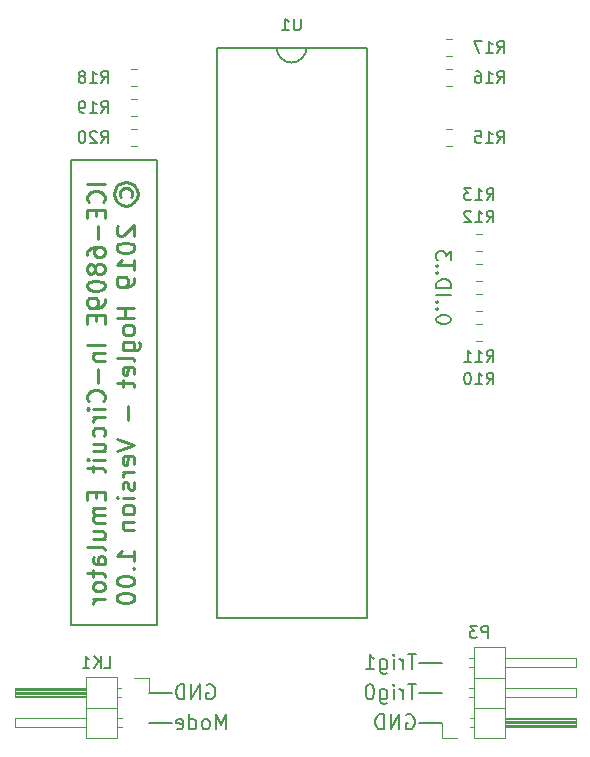
<source format=gbo>
G04 #@! TF.GenerationSoftware,KiCad,Pcbnew,5.1.4-e60b266~84~ubuntu18.04.1*
G04 #@! TF.CreationDate,2019-10-24T14:21:48+01:00*
G04 #@! TF.ProjectId,6809e_adapter,36383039-655f-4616-9461-707465722e6b,rev?*
G04 #@! TF.SameCoordinates,PX9fdfbc0PY791ddc0*
G04 #@! TF.FileFunction,Legend,Bot*
G04 #@! TF.FilePolarity,Positive*
%FSLAX46Y46*%
G04 Gerber Fmt 4.6, Leading zero omitted, Abs format (unit mm)*
G04 Created by KiCad (PCBNEW 5.1.4-e60b266~84~ubuntu18.04.1) date 2019-10-24 14:21:48*
%MOMM*%
%LPD*%
G04 APERTURE LIST*
%ADD10C,0.200000*%
%ADD11C,0.150000*%
%ADD12C,0.250000*%
%ADD13C,0.120000*%
G04 APERTURE END LIST*
D10*
X38911523Y37872143D02*
X38911523Y37991191D01*
X38852000Y38110239D01*
X38792476Y38169762D01*
X38673428Y38229286D01*
X38435333Y38288810D01*
X38137714Y38288810D01*
X37899619Y38229286D01*
X37780571Y38169762D01*
X37721047Y38110239D01*
X37661523Y37991191D01*
X37661523Y37872143D01*
X37721047Y37753096D01*
X37780571Y37693572D01*
X37899619Y37634048D01*
X38137714Y37574524D01*
X38435333Y37574524D01*
X38673428Y37634048D01*
X38792476Y37693572D01*
X38852000Y37753096D01*
X38911523Y37872143D01*
X37780571Y38824524D02*
X37721047Y38884048D01*
X37661523Y38824524D01*
X37721047Y38765000D01*
X37780571Y38824524D01*
X37661523Y38824524D01*
X37780571Y39419762D02*
X37721047Y39479286D01*
X37661523Y39419762D01*
X37721047Y39360239D01*
X37780571Y39419762D01*
X37661523Y39419762D01*
X37661523Y40015000D02*
X38911523Y40015000D01*
X37661523Y40610239D02*
X38911523Y40610239D01*
X38911523Y40907858D01*
X38852000Y41086429D01*
X38732952Y41205477D01*
X38613904Y41265000D01*
X38375809Y41324524D01*
X38197238Y41324524D01*
X37959142Y41265000D01*
X37840095Y41205477D01*
X37721047Y41086429D01*
X37661523Y40907858D01*
X37661523Y40610239D01*
X37780571Y41860239D02*
X37721047Y41919762D01*
X37661523Y41860239D01*
X37721047Y41800715D01*
X37780571Y41860239D01*
X37661523Y41860239D01*
X37780571Y42455477D02*
X37721047Y42515000D01*
X37661523Y42455477D01*
X37721047Y42395953D01*
X37780571Y42455477D01*
X37661523Y42455477D01*
X38911523Y42931667D02*
X38911523Y43705477D01*
X38435333Y43288810D01*
X38435333Y43467381D01*
X38375809Y43586429D01*
X38316285Y43645953D01*
X38197238Y43705477D01*
X37899619Y43705477D01*
X37780571Y43645953D01*
X37721047Y43586429D01*
X37661523Y43467381D01*
X37661523Y43110239D01*
X37721047Y42991191D01*
X37780571Y42931667D01*
D11*
X13970000Y51435000D02*
X6731000Y51435000D01*
X13970000Y12065000D02*
X13970000Y51435000D01*
X6731000Y12065000D02*
X13970000Y12065000D01*
X6731000Y51435000D02*
X6731000Y12065000D01*
D12*
X9588571Y49428572D02*
X8088571Y49428572D01*
X9445714Y47857143D02*
X9517142Y47928572D01*
X9588571Y48142858D01*
X9588571Y48285715D01*
X9517142Y48500000D01*
X9374285Y48642858D01*
X9231428Y48714286D01*
X8945714Y48785715D01*
X8731428Y48785715D01*
X8445714Y48714286D01*
X8302857Y48642858D01*
X8160000Y48500000D01*
X8088571Y48285715D01*
X8088571Y48142858D01*
X8160000Y47928572D01*
X8231428Y47857143D01*
X8802857Y47214286D02*
X8802857Y46714286D01*
X9588571Y46500000D02*
X9588571Y47214286D01*
X8088571Y47214286D01*
X8088571Y46500000D01*
X9017142Y45857143D02*
X9017142Y44714286D01*
X8088571Y43357143D02*
X8088571Y43642858D01*
X8160000Y43785715D01*
X8231428Y43857143D01*
X8445714Y44000000D01*
X8731428Y44071429D01*
X9302857Y44071429D01*
X9445714Y44000000D01*
X9517142Y43928572D01*
X9588571Y43785715D01*
X9588571Y43500000D01*
X9517142Y43357143D01*
X9445714Y43285715D01*
X9302857Y43214286D01*
X8945714Y43214286D01*
X8802857Y43285715D01*
X8731428Y43357143D01*
X8660000Y43500000D01*
X8660000Y43785715D01*
X8731428Y43928572D01*
X8802857Y44000000D01*
X8945714Y44071429D01*
X8731428Y42357143D02*
X8660000Y42500000D01*
X8588571Y42571429D01*
X8445714Y42642858D01*
X8374285Y42642858D01*
X8231428Y42571429D01*
X8160000Y42500000D01*
X8088571Y42357143D01*
X8088571Y42071429D01*
X8160000Y41928572D01*
X8231428Y41857143D01*
X8374285Y41785715D01*
X8445714Y41785715D01*
X8588571Y41857143D01*
X8660000Y41928572D01*
X8731428Y42071429D01*
X8731428Y42357143D01*
X8802857Y42500000D01*
X8874285Y42571429D01*
X9017142Y42642858D01*
X9302857Y42642858D01*
X9445714Y42571429D01*
X9517142Y42500000D01*
X9588571Y42357143D01*
X9588571Y42071429D01*
X9517142Y41928572D01*
X9445714Y41857143D01*
X9302857Y41785715D01*
X9017142Y41785715D01*
X8874285Y41857143D01*
X8802857Y41928572D01*
X8731428Y42071429D01*
X8088571Y40857143D02*
X8088571Y40714286D01*
X8160000Y40571429D01*
X8231428Y40500000D01*
X8374285Y40428572D01*
X8660000Y40357143D01*
X9017142Y40357143D01*
X9302857Y40428572D01*
X9445714Y40500000D01*
X9517142Y40571429D01*
X9588571Y40714286D01*
X9588571Y40857143D01*
X9517142Y41000000D01*
X9445714Y41071429D01*
X9302857Y41142858D01*
X9017142Y41214286D01*
X8660000Y41214286D01*
X8374285Y41142858D01*
X8231428Y41071429D01*
X8160000Y41000000D01*
X8088571Y40857143D01*
X9588571Y39642858D02*
X9588571Y39357143D01*
X9517142Y39214286D01*
X9445714Y39142858D01*
X9231428Y39000000D01*
X8945714Y38928572D01*
X8374285Y38928572D01*
X8231428Y39000000D01*
X8160000Y39071429D01*
X8088571Y39214286D01*
X8088571Y39500000D01*
X8160000Y39642858D01*
X8231428Y39714286D01*
X8374285Y39785715D01*
X8731428Y39785715D01*
X8874285Y39714286D01*
X8945714Y39642858D01*
X9017142Y39500000D01*
X9017142Y39214286D01*
X8945714Y39071429D01*
X8874285Y39000000D01*
X8731428Y38928572D01*
X8802857Y38285715D02*
X8802857Y37785715D01*
X9588571Y37571429D02*
X9588571Y38285715D01*
X8088571Y38285715D01*
X8088571Y37571429D01*
X9588571Y35785715D02*
X8088571Y35785715D01*
X8588571Y35071429D02*
X9588571Y35071429D01*
X8731428Y35071429D02*
X8660000Y35000000D01*
X8588571Y34857143D01*
X8588571Y34642858D01*
X8660000Y34500000D01*
X8802857Y34428572D01*
X9588571Y34428572D01*
X9017142Y33714286D02*
X9017142Y32571429D01*
X9445714Y31000000D02*
X9517142Y31071429D01*
X9588571Y31285715D01*
X9588571Y31428572D01*
X9517142Y31642858D01*
X9374285Y31785715D01*
X9231428Y31857143D01*
X8945714Y31928572D01*
X8731428Y31928572D01*
X8445714Y31857143D01*
X8302857Y31785715D01*
X8160000Y31642858D01*
X8088571Y31428572D01*
X8088571Y31285715D01*
X8160000Y31071429D01*
X8231428Y31000000D01*
X9588571Y30357143D02*
X8588571Y30357143D01*
X8088571Y30357143D02*
X8160000Y30428572D01*
X8231428Y30357143D01*
X8160000Y30285715D01*
X8088571Y30357143D01*
X8231428Y30357143D01*
X9588571Y29642858D02*
X8588571Y29642858D01*
X8874285Y29642858D02*
X8731428Y29571429D01*
X8660000Y29500000D01*
X8588571Y29357143D01*
X8588571Y29214286D01*
X9517142Y28071429D02*
X9588571Y28214286D01*
X9588571Y28500000D01*
X9517142Y28642858D01*
X9445714Y28714286D01*
X9302857Y28785715D01*
X8874285Y28785715D01*
X8731428Y28714286D01*
X8660000Y28642858D01*
X8588571Y28500000D01*
X8588571Y28214286D01*
X8660000Y28071429D01*
X8588571Y26785715D02*
X9588571Y26785715D01*
X8588571Y27428572D02*
X9374285Y27428572D01*
X9517142Y27357143D01*
X9588571Y27214286D01*
X9588571Y27000000D01*
X9517142Y26857143D01*
X9445714Y26785715D01*
X9588571Y26071429D02*
X8588571Y26071429D01*
X8088571Y26071429D02*
X8160000Y26142858D01*
X8231428Y26071429D01*
X8160000Y26000000D01*
X8088571Y26071429D01*
X8231428Y26071429D01*
X8588571Y25571429D02*
X8588571Y25000000D01*
X8088571Y25357143D02*
X9374285Y25357143D01*
X9517142Y25285715D01*
X9588571Y25142858D01*
X9588571Y25000000D01*
X8802857Y23357143D02*
X8802857Y22857143D01*
X9588571Y22642858D02*
X9588571Y23357143D01*
X8088571Y23357143D01*
X8088571Y22642858D01*
X9588571Y22000000D02*
X8588571Y22000000D01*
X8731428Y22000000D02*
X8660000Y21928572D01*
X8588571Y21785715D01*
X8588571Y21571429D01*
X8660000Y21428572D01*
X8802857Y21357143D01*
X9588571Y21357143D01*
X8802857Y21357143D02*
X8660000Y21285715D01*
X8588571Y21142858D01*
X8588571Y20928572D01*
X8660000Y20785715D01*
X8802857Y20714286D01*
X9588571Y20714286D01*
X8588571Y19357143D02*
X9588571Y19357143D01*
X8588571Y20000000D02*
X9374285Y20000000D01*
X9517142Y19928572D01*
X9588571Y19785715D01*
X9588571Y19571429D01*
X9517142Y19428572D01*
X9445714Y19357143D01*
X9588571Y18428572D02*
X9517142Y18571429D01*
X9374285Y18642858D01*
X8088571Y18642858D01*
X9588571Y17214286D02*
X8802857Y17214286D01*
X8660000Y17285715D01*
X8588571Y17428572D01*
X8588571Y17714286D01*
X8660000Y17857143D01*
X9517142Y17214286D02*
X9588571Y17357143D01*
X9588571Y17714286D01*
X9517142Y17857143D01*
X9374285Y17928572D01*
X9231428Y17928572D01*
X9088571Y17857143D01*
X9017142Y17714286D01*
X9017142Y17357143D01*
X8945714Y17214286D01*
X8588571Y16714286D02*
X8588571Y16142858D01*
X8088571Y16500000D02*
X9374285Y16500000D01*
X9517142Y16428572D01*
X9588571Y16285715D01*
X9588571Y16142858D01*
X9588571Y15428572D02*
X9517142Y15571429D01*
X9445714Y15642858D01*
X9302857Y15714286D01*
X8874285Y15714286D01*
X8731428Y15642858D01*
X8660000Y15571429D01*
X8588571Y15428572D01*
X8588571Y15214286D01*
X8660000Y15071429D01*
X8731428Y15000000D01*
X8874285Y14928572D01*
X9302857Y14928572D01*
X9445714Y15000000D01*
X9517142Y15071429D01*
X9588571Y15214286D01*
X9588571Y15428572D01*
X9588571Y14285715D02*
X8588571Y14285715D01*
X8874285Y14285715D02*
X8731428Y14214286D01*
X8660000Y14142858D01*
X8588571Y14000000D01*
X8588571Y13857143D01*
X10945714Y48285715D02*
X10874285Y48428572D01*
X10874285Y48714286D01*
X10945714Y48857143D01*
X11088571Y49000000D01*
X11231428Y49071429D01*
X11517142Y49071429D01*
X11660000Y49000000D01*
X11802857Y48857143D01*
X11874285Y48714286D01*
X11874285Y48428572D01*
X11802857Y48285715D01*
X10374285Y48571429D02*
X10445714Y48928572D01*
X10660000Y49285715D01*
X11017142Y49500000D01*
X11374285Y49571429D01*
X11731428Y49500000D01*
X12088571Y49285715D01*
X12302857Y48928572D01*
X12374285Y48571429D01*
X12302857Y48214286D01*
X12088571Y47857143D01*
X11731428Y47642858D01*
X11374285Y47571429D01*
X11017142Y47642858D01*
X10660000Y47857143D01*
X10445714Y48214286D01*
X10374285Y48571429D01*
X10731428Y45857143D02*
X10660000Y45785715D01*
X10588571Y45642858D01*
X10588571Y45285715D01*
X10660000Y45142858D01*
X10731428Y45071429D01*
X10874285Y45000000D01*
X11017142Y45000000D01*
X11231428Y45071429D01*
X12088571Y45928572D01*
X12088571Y45000000D01*
X10588571Y44071429D02*
X10588571Y43928572D01*
X10660000Y43785715D01*
X10731428Y43714286D01*
X10874285Y43642858D01*
X11160000Y43571429D01*
X11517142Y43571429D01*
X11802857Y43642858D01*
X11945714Y43714286D01*
X12017142Y43785715D01*
X12088571Y43928572D01*
X12088571Y44071429D01*
X12017142Y44214286D01*
X11945714Y44285715D01*
X11802857Y44357143D01*
X11517142Y44428572D01*
X11160000Y44428572D01*
X10874285Y44357143D01*
X10731428Y44285715D01*
X10660000Y44214286D01*
X10588571Y44071429D01*
X12088571Y42142858D02*
X12088571Y43000000D01*
X12088571Y42571429D02*
X10588571Y42571429D01*
X10802857Y42714286D01*
X10945714Y42857143D01*
X11017142Y43000000D01*
X12088571Y41428572D02*
X12088571Y41142858D01*
X12017142Y41000000D01*
X11945714Y40928572D01*
X11731428Y40785715D01*
X11445714Y40714286D01*
X10874285Y40714286D01*
X10731428Y40785715D01*
X10660000Y40857143D01*
X10588571Y41000000D01*
X10588571Y41285715D01*
X10660000Y41428572D01*
X10731428Y41500000D01*
X10874285Y41571429D01*
X11231428Y41571429D01*
X11374285Y41500000D01*
X11445714Y41428572D01*
X11517142Y41285715D01*
X11517142Y41000000D01*
X11445714Y40857143D01*
X11374285Y40785715D01*
X11231428Y40714286D01*
X12088571Y38928572D02*
X10588571Y38928572D01*
X11302857Y38928572D02*
X11302857Y38071429D01*
X12088571Y38071429D02*
X10588571Y38071429D01*
X12088571Y37142858D02*
X12017142Y37285715D01*
X11945714Y37357143D01*
X11802857Y37428572D01*
X11374285Y37428572D01*
X11231428Y37357143D01*
X11160000Y37285715D01*
X11088571Y37142858D01*
X11088571Y36928572D01*
X11160000Y36785715D01*
X11231428Y36714286D01*
X11374285Y36642858D01*
X11802857Y36642858D01*
X11945714Y36714286D01*
X12017142Y36785715D01*
X12088571Y36928572D01*
X12088571Y37142858D01*
X11088571Y35357143D02*
X12302857Y35357143D01*
X12445714Y35428572D01*
X12517142Y35500000D01*
X12588571Y35642858D01*
X12588571Y35857143D01*
X12517142Y36000000D01*
X12017142Y35357143D02*
X12088571Y35500000D01*
X12088571Y35785715D01*
X12017142Y35928572D01*
X11945714Y36000000D01*
X11802857Y36071429D01*
X11374285Y36071429D01*
X11231428Y36000000D01*
X11160000Y35928572D01*
X11088571Y35785715D01*
X11088571Y35500000D01*
X11160000Y35357143D01*
X12088571Y34428572D02*
X12017142Y34571429D01*
X11874285Y34642858D01*
X10588571Y34642858D01*
X12017142Y33285715D02*
X12088571Y33428572D01*
X12088571Y33714286D01*
X12017142Y33857143D01*
X11874285Y33928572D01*
X11302857Y33928572D01*
X11160000Y33857143D01*
X11088571Y33714286D01*
X11088571Y33428572D01*
X11160000Y33285715D01*
X11302857Y33214286D01*
X11445714Y33214286D01*
X11588571Y33928572D01*
X11088571Y32785715D02*
X11088571Y32214286D01*
X10588571Y32571429D02*
X11874285Y32571429D01*
X12017142Y32500000D01*
X12088571Y32357143D01*
X12088571Y32214286D01*
X11517142Y30571429D02*
X11517142Y29428572D01*
X10588571Y27785715D02*
X12088571Y27285715D01*
X10588571Y26785715D01*
X12017142Y25714286D02*
X12088571Y25857143D01*
X12088571Y26142858D01*
X12017142Y26285715D01*
X11874285Y26357143D01*
X11302857Y26357143D01*
X11160000Y26285715D01*
X11088571Y26142858D01*
X11088571Y25857143D01*
X11160000Y25714286D01*
X11302857Y25642858D01*
X11445714Y25642858D01*
X11588571Y26357143D01*
X12088571Y25000000D02*
X11088571Y25000000D01*
X11374285Y25000000D02*
X11231428Y24928572D01*
X11160000Y24857143D01*
X11088571Y24714286D01*
X11088571Y24571429D01*
X12017142Y24142858D02*
X12088571Y24000000D01*
X12088571Y23714286D01*
X12017142Y23571429D01*
X11874285Y23500000D01*
X11802857Y23500000D01*
X11660000Y23571429D01*
X11588571Y23714286D01*
X11588571Y23928572D01*
X11517142Y24071429D01*
X11374285Y24142858D01*
X11302857Y24142858D01*
X11160000Y24071429D01*
X11088571Y23928572D01*
X11088571Y23714286D01*
X11160000Y23571429D01*
X12088571Y22857143D02*
X11088571Y22857143D01*
X10588571Y22857143D02*
X10660000Y22928572D01*
X10731428Y22857143D01*
X10660000Y22785715D01*
X10588571Y22857143D01*
X10731428Y22857143D01*
X12088571Y21928572D02*
X12017142Y22071429D01*
X11945714Y22142858D01*
X11802857Y22214286D01*
X11374285Y22214286D01*
X11231428Y22142858D01*
X11160000Y22071429D01*
X11088571Y21928572D01*
X11088571Y21714286D01*
X11160000Y21571429D01*
X11231428Y21500000D01*
X11374285Y21428572D01*
X11802857Y21428572D01*
X11945714Y21500000D01*
X12017142Y21571429D01*
X12088571Y21714286D01*
X12088571Y21928572D01*
X11088571Y20785715D02*
X12088571Y20785715D01*
X11231428Y20785715D02*
X11160000Y20714286D01*
X11088571Y20571429D01*
X11088571Y20357143D01*
X11160000Y20214286D01*
X11302857Y20142858D01*
X12088571Y20142858D01*
X12088571Y17500000D02*
X12088571Y18357143D01*
X12088571Y17928572D02*
X10588571Y17928572D01*
X10802857Y18071429D01*
X10945714Y18214286D01*
X11017142Y18357143D01*
X11945714Y16857143D02*
X12017142Y16785715D01*
X12088571Y16857143D01*
X12017142Y16928572D01*
X11945714Y16857143D01*
X12088571Y16857143D01*
X10588571Y15857143D02*
X10588571Y15714286D01*
X10660000Y15571429D01*
X10731428Y15500000D01*
X10874285Y15428572D01*
X11160000Y15357143D01*
X11517142Y15357143D01*
X11802857Y15428572D01*
X11945714Y15500000D01*
X12017142Y15571429D01*
X12088571Y15714286D01*
X12088571Y15857143D01*
X12017142Y16000000D01*
X11945714Y16071429D01*
X11802857Y16142858D01*
X11517142Y16214286D01*
X11160000Y16214286D01*
X10874285Y16142858D01*
X10731428Y16071429D01*
X10660000Y16000000D01*
X10588571Y15857143D01*
X10588571Y14428572D02*
X10588571Y14285715D01*
X10660000Y14142858D01*
X10731428Y14071429D01*
X10874285Y14000000D01*
X11160000Y13928572D01*
X11517142Y13928572D01*
X11802857Y14000000D01*
X11945714Y14071429D01*
X12017142Y14142858D01*
X12088571Y14285715D01*
X12088571Y14428572D01*
X12017142Y14571429D01*
X11945714Y14642858D01*
X11802857Y14714286D01*
X11517142Y14785715D01*
X11160000Y14785715D01*
X10874285Y14714286D01*
X10731428Y14642858D01*
X10660000Y14571429D01*
X10588571Y14428572D01*
D11*
X13335000Y3810000D02*
X15240000Y3810000D01*
X13335000Y6350000D02*
X15240000Y6350000D01*
D10*
X19834285Y3244524D02*
X19834285Y4494524D01*
X19417619Y3601667D01*
X19000952Y4494524D01*
X19000952Y3244524D01*
X18227142Y3244524D02*
X18346190Y3304048D01*
X18405714Y3363572D01*
X18465238Y3482620D01*
X18465238Y3839762D01*
X18405714Y3958810D01*
X18346190Y4018334D01*
X18227142Y4077858D01*
X18048571Y4077858D01*
X17929523Y4018334D01*
X17870000Y3958810D01*
X17810476Y3839762D01*
X17810476Y3482620D01*
X17870000Y3363572D01*
X17929523Y3304048D01*
X18048571Y3244524D01*
X18227142Y3244524D01*
X16739047Y3244524D02*
X16739047Y4494524D01*
X16739047Y3304048D02*
X16858095Y3244524D01*
X17096190Y3244524D01*
X17215238Y3304048D01*
X17274761Y3363572D01*
X17334285Y3482620D01*
X17334285Y3839762D01*
X17274761Y3958810D01*
X17215238Y4018334D01*
X17096190Y4077858D01*
X16858095Y4077858D01*
X16739047Y4018334D01*
X15667619Y3304048D02*
X15786666Y3244524D01*
X16024761Y3244524D01*
X16143809Y3304048D01*
X16203333Y3423096D01*
X16203333Y3899286D01*
X16143809Y4018334D01*
X16024761Y4077858D01*
X15786666Y4077858D01*
X15667619Y4018334D01*
X15608095Y3899286D01*
X15608095Y3780239D01*
X16203333Y3661191D01*
X18227142Y6975000D02*
X18346190Y7034524D01*
X18524761Y7034524D01*
X18703333Y6975000D01*
X18822380Y6855953D01*
X18881904Y6736905D01*
X18941428Y6498810D01*
X18941428Y6320239D01*
X18881904Y6082143D01*
X18822380Y5963096D01*
X18703333Y5844048D01*
X18524761Y5784524D01*
X18405714Y5784524D01*
X18227142Y5844048D01*
X18167619Y5903572D01*
X18167619Y6320239D01*
X18405714Y6320239D01*
X17631904Y5784524D02*
X17631904Y7034524D01*
X16917619Y5784524D01*
X16917619Y7034524D01*
X16322380Y5784524D02*
X16322380Y7034524D01*
X16024761Y7034524D01*
X15846190Y6975000D01*
X15727142Y6855953D01*
X15667619Y6736905D01*
X15608095Y6498810D01*
X15608095Y6320239D01*
X15667619Y6082143D01*
X15727142Y5963096D01*
X15846190Y5844048D01*
X16024761Y5784524D01*
X16322380Y5784524D01*
D11*
X36195000Y3810000D02*
X38100000Y3810000D01*
X36195000Y6350000D02*
X38100000Y6350000D01*
X36195000Y8890000D02*
X38100000Y8890000D01*
D10*
X35945952Y7034524D02*
X35231666Y7034524D01*
X35588809Y5784524D02*
X35588809Y7034524D01*
X34815000Y5784524D02*
X34815000Y6617858D01*
X34815000Y6379762D02*
X34755476Y6498810D01*
X34695952Y6558334D01*
X34576904Y6617858D01*
X34457857Y6617858D01*
X34041190Y5784524D02*
X34041190Y6617858D01*
X34041190Y7034524D02*
X34100714Y6975000D01*
X34041190Y6915477D01*
X33981666Y6975000D01*
X34041190Y7034524D01*
X34041190Y6915477D01*
X32910238Y6617858D02*
X32910238Y5605953D01*
X32969761Y5486905D01*
X33029285Y5427381D01*
X33148333Y5367858D01*
X33326904Y5367858D01*
X33445952Y5427381D01*
X32910238Y5844048D02*
X33029285Y5784524D01*
X33267380Y5784524D01*
X33386428Y5844048D01*
X33445952Y5903572D01*
X33505476Y6022620D01*
X33505476Y6379762D01*
X33445952Y6498810D01*
X33386428Y6558334D01*
X33267380Y6617858D01*
X33029285Y6617858D01*
X32910238Y6558334D01*
X32076904Y7034524D02*
X31957857Y7034524D01*
X31838809Y6975000D01*
X31779285Y6915477D01*
X31719761Y6796429D01*
X31660238Y6558334D01*
X31660238Y6260715D01*
X31719761Y6022620D01*
X31779285Y5903572D01*
X31838809Y5844048D01*
X31957857Y5784524D01*
X32076904Y5784524D01*
X32195952Y5844048D01*
X32255476Y5903572D01*
X32315000Y6022620D01*
X32374523Y6260715D01*
X32374523Y6558334D01*
X32315000Y6796429D01*
X32255476Y6915477D01*
X32195952Y6975000D01*
X32076904Y7034524D01*
X35112619Y4435000D02*
X35231666Y4494524D01*
X35410238Y4494524D01*
X35588809Y4435000D01*
X35707857Y4315953D01*
X35767380Y4196905D01*
X35826904Y3958810D01*
X35826904Y3780239D01*
X35767380Y3542143D01*
X35707857Y3423096D01*
X35588809Y3304048D01*
X35410238Y3244524D01*
X35291190Y3244524D01*
X35112619Y3304048D01*
X35053095Y3363572D01*
X35053095Y3780239D01*
X35291190Y3780239D01*
X34517380Y3244524D02*
X34517380Y4494524D01*
X33803095Y3244524D01*
X33803095Y4494524D01*
X33207857Y3244524D02*
X33207857Y4494524D01*
X32910238Y4494524D01*
X32731666Y4435000D01*
X32612619Y4315953D01*
X32553095Y4196905D01*
X32493571Y3958810D01*
X32493571Y3780239D01*
X32553095Y3542143D01*
X32612619Y3423096D01*
X32731666Y3304048D01*
X32910238Y3244524D01*
X33207857Y3244524D01*
X35945952Y9574524D02*
X35231666Y9574524D01*
X35588809Y8324524D02*
X35588809Y9574524D01*
X34815000Y8324524D02*
X34815000Y9157858D01*
X34815000Y8919762D02*
X34755476Y9038810D01*
X34695952Y9098334D01*
X34576904Y9157858D01*
X34457857Y9157858D01*
X34041190Y8324524D02*
X34041190Y9157858D01*
X34041190Y9574524D02*
X34100714Y9515000D01*
X34041190Y9455477D01*
X33981666Y9515000D01*
X34041190Y9574524D01*
X34041190Y9455477D01*
X32910238Y9157858D02*
X32910238Y8145953D01*
X32969761Y8026905D01*
X33029285Y7967381D01*
X33148333Y7907858D01*
X33326904Y7907858D01*
X33445952Y7967381D01*
X32910238Y8384048D02*
X33029285Y8324524D01*
X33267380Y8324524D01*
X33386428Y8384048D01*
X33445952Y8443572D01*
X33505476Y8562620D01*
X33505476Y8919762D01*
X33445952Y9038810D01*
X33386428Y9098334D01*
X33267380Y9157858D01*
X33029285Y9157858D01*
X32910238Y9098334D01*
X31660238Y8324524D02*
X32374523Y8324524D01*
X32017380Y8324524D02*
X32017380Y9574524D01*
X32136428Y9395953D01*
X32255476Y9276905D01*
X32374523Y9217381D01*
D13*
X38473748Y59130000D02*
X38996252Y59130000D01*
X38473748Y57710000D02*
X38996252Y57710000D01*
X38996252Y60250000D02*
X38473748Y60250000D01*
X38996252Y61670000D02*
X38473748Y61670000D01*
X11803748Y59130000D02*
X12326252Y59130000D01*
X11803748Y57710000D02*
X12326252Y57710000D01*
X11803748Y56590000D02*
X12326252Y56590000D01*
X11803748Y55170000D02*
X12326252Y55170000D01*
X38996252Y52630000D02*
X38473748Y52630000D01*
X38996252Y54050000D02*
X38473748Y54050000D01*
X11803748Y54050000D02*
X12326252Y54050000D01*
X11803748Y52630000D02*
X12326252Y52630000D01*
D11*
X19050000Y60960000D02*
X31750000Y60960000D01*
X19050000Y12700000D02*
X19050000Y60960000D01*
X31750000Y12700000D02*
X19050000Y12700000D01*
X31750000Y60960000D02*
X31750000Y12700000D01*
X26670000Y60960000D02*
G75*
G02X25400000Y59690000I-1270000J0D01*
G01*
X25400000Y59690000D02*
G75*
G02X24130000Y60960000I0J1270000D01*
G01*
D13*
X41013748Y45160000D02*
X41536252Y45160000D01*
X41013748Y43740000D02*
X41536252Y43740000D01*
X41013748Y42620000D02*
X41536252Y42620000D01*
X41013748Y41200000D02*
X41536252Y41200000D01*
X41013748Y40080000D02*
X41536252Y40080000D01*
X41013748Y38660000D02*
X41536252Y38660000D01*
X41013748Y37540000D02*
X41536252Y37540000D01*
X41013748Y36120000D02*
X41536252Y36120000D01*
X13335000Y7620000D02*
X12065000Y7620000D01*
X13335000Y6350000D02*
X13335000Y7620000D01*
X11022071Y3430000D02*
X10625000Y3430000D01*
X11022071Y4190000D02*
X10625000Y4190000D01*
X1965000Y3430000D02*
X7965000Y3430000D01*
X1965000Y4190000D02*
X1965000Y3430000D01*
X7965000Y4190000D02*
X1965000Y4190000D01*
X10625000Y5080000D02*
X7965000Y5080000D01*
X10955000Y5970000D02*
X10625000Y5970000D01*
X10955000Y6730000D02*
X10625000Y6730000D01*
X7965000Y6070000D02*
X1965000Y6070000D01*
X7965000Y6190000D02*
X1965000Y6190000D01*
X7965000Y6310000D02*
X1965000Y6310000D01*
X7965000Y6430000D02*
X1965000Y6430000D01*
X7965000Y6550000D02*
X1965000Y6550000D01*
X7965000Y6670000D02*
X1965000Y6670000D01*
X1965000Y5970000D02*
X7965000Y5970000D01*
X1965000Y6730000D02*
X1965000Y5970000D01*
X7965000Y6730000D02*
X1965000Y6730000D01*
X7965000Y7680000D02*
X10625000Y7680000D01*
X7965000Y2480000D02*
X7965000Y7680000D01*
X10625000Y2480000D02*
X7965000Y2480000D01*
X10625000Y7680000D02*
X10625000Y2480000D01*
X38100000Y2540000D02*
X39370000Y2540000D01*
X38100000Y3810000D02*
X38100000Y2540000D01*
X40412929Y9270000D02*
X40810000Y9270000D01*
X40412929Y8510000D02*
X40810000Y8510000D01*
X49470000Y9270000D02*
X43470000Y9270000D01*
X49470000Y8510000D02*
X49470000Y9270000D01*
X43470000Y8510000D02*
X49470000Y8510000D01*
X40810000Y7620000D02*
X43470000Y7620000D01*
X40412929Y6730000D02*
X40810000Y6730000D01*
X40412929Y5970000D02*
X40810000Y5970000D01*
X49470000Y6730000D02*
X43470000Y6730000D01*
X49470000Y5970000D02*
X49470000Y6730000D01*
X43470000Y5970000D02*
X49470000Y5970000D01*
X40810000Y5080000D02*
X43470000Y5080000D01*
X40480000Y4190000D02*
X40810000Y4190000D01*
X40480000Y3430000D02*
X40810000Y3430000D01*
X43470000Y4090000D02*
X49470000Y4090000D01*
X43470000Y3970000D02*
X49470000Y3970000D01*
X43470000Y3850000D02*
X49470000Y3850000D01*
X43470000Y3730000D02*
X49470000Y3730000D01*
X43470000Y3610000D02*
X49470000Y3610000D01*
X43470000Y3490000D02*
X49470000Y3490000D01*
X49470000Y4190000D02*
X43470000Y4190000D01*
X49470000Y3430000D02*
X49470000Y4190000D01*
X43470000Y3430000D02*
X49470000Y3430000D01*
X43470000Y2480000D02*
X40810000Y2480000D01*
X43470000Y10220000D02*
X43470000Y2480000D01*
X40810000Y10220000D02*
X43470000Y10220000D01*
X40810000Y2480000D02*
X40810000Y10220000D01*
D11*
X42806857Y57967620D02*
X43140190Y58443810D01*
X43378285Y57967620D02*
X43378285Y58967620D01*
X42997333Y58967620D01*
X42902095Y58920000D01*
X42854476Y58872381D01*
X42806857Y58777143D01*
X42806857Y58634286D01*
X42854476Y58539048D01*
X42902095Y58491429D01*
X42997333Y58443810D01*
X43378285Y58443810D01*
X41854476Y57967620D02*
X42425904Y57967620D01*
X42140190Y57967620D02*
X42140190Y58967620D01*
X42235428Y58824762D01*
X42330666Y58729524D01*
X42425904Y58681905D01*
X40997333Y58967620D02*
X41187809Y58967620D01*
X41283047Y58920000D01*
X41330666Y58872381D01*
X41425904Y58729524D01*
X41473523Y58539048D01*
X41473523Y58158096D01*
X41425904Y58062858D01*
X41378285Y58015239D01*
X41283047Y57967620D01*
X41092571Y57967620D01*
X40997333Y58015239D01*
X40949714Y58062858D01*
X40902095Y58158096D01*
X40902095Y58396191D01*
X40949714Y58491429D01*
X40997333Y58539048D01*
X41092571Y58586667D01*
X41283047Y58586667D01*
X41378285Y58539048D01*
X41425904Y58491429D01*
X41473523Y58396191D01*
X42806857Y60507620D02*
X43140190Y60983810D01*
X43378285Y60507620D02*
X43378285Y61507620D01*
X42997333Y61507620D01*
X42902095Y61460000D01*
X42854476Y61412381D01*
X42806857Y61317143D01*
X42806857Y61174286D01*
X42854476Y61079048D01*
X42902095Y61031429D01*
X42997333Y60983810D01*
X43378285Y60983810D01*
X41854476Y60507620D02*
X42425904Y60507620D01*
X42140190Y60507620D02*
X42140190Y61507620D01*
X42235428Y61364762D01*
X42330666Y61269524D01*
X42425904Y61221905D01*
X41521142Y61507620D02*
X40854476Y61507620D01*
X41283047Y60507620D01*
X9278857Y57967620D02*
X9612190Y58443810D01*
X9850285Y57967620D02*
X9850285Y58967620D01*
X9469333Y58967620D01*
X9374095Y58920000D01*
X9326476Y58872381D01*
X9278857Y58777143D01*
X9278857Y58634286D01*
X9326476Y58539048D01*
X9374095Y58491429D01*
X9469333Y58443810D01*
X9850285Y58443810D01*
X8326476Y57967620D02*
X8897904Y57967620D01*
X8612190Y57967620D02*
X8612190Y58967620D01*
X8707428Y58824762D01*
X8802666Y58729524D01*
X8897904Y58681905D01*
X7755047Y58539048D02*
X7850285Y58586667D01*
X7897904Y58634286D01*
X7945523Y58729524D01*
X7945523Y58777143D01*
X7897904Y58872381D01*
X7850285Y58920000D01*
X7755047Y58967620D01*
X7564571Y58967620D01*
X7469333Y58920000D01*
X7421714Y58872381D01*
X7374095Y58777143D01*
X7374095Y58729524D01*
X7421714Y58634286D01*
X7469333Y58586667D01*
X7564571Y58539048D01*
X7755047Y58539048D01*
X7850285Y58491429D01*
X7897904Y58443810D01*
X7945523Y58348572D01*
X7945523Y58158096D01*
X7897904Y58062858D01*
X7850285Y58015239D01*
X7755047Y57967620D01*
X7564571Y57967620D01*
X7469333Y58015239D01*
X7421714Y58062858D01*
X7374095Y58158096D01*
X7374095Y58348572D01*
X7421714Y58443810D01*
X7469333Y58491429D01*
X7564571Y58539048D01*
X9278857Y55427620D02*
X9612190Y55903810D01*
X9850285Y55427620D02*
X9850285Y56427620D01*
X9469333Y56427620D01*
X9374095Y56380000D01*
X9326476Y56332381D01*
X9278857Y56237143D01*
X9278857Y56094286D01*
X9326476Y55999048D01*
X9374095Y55951429D01*
X9469333Y55903810D01*
X9850285Y55903810D01*
X8326476Y55427620D02*
X8897904Y55427620D01*
X8612190Y55427620D02*
X8612190Y56427620D01*
X8707428Y56284762D01*
X8802666Y56189524D01*
X8897904Y56141905D01*
X7850285Y55427620D02*
X7659809Y55427620D01*
X7564571Y55475239D01*
X7516952Y55522858D01*
X7421714Y55665715D01*
X7374095Y55856191D01*
X7374095Y56237143D01*
X7421714Y56332381D01*
X7469333Y56380000D01*
X7564571Y56427620D01*
X7755047Y56427620D01*
X7850285Y56380000D01*
X7897904Y56332381D01*
X7945523Y56237143D01*
X7945523Y55999048D01*
X7897904Y55903810D01*
X7850285Y55856191D01*
X7755047Y55808572D01*
X7564571Y55808572D01*
X7469333Y55856191D01*
X7421714Y55903810D01*
X7374095Y55999048D01*
X42806857Y52887620D02*
X43140190Y53363810D01*
X43378285Y52887620D02*
X43378285Y53887620D01*
X42997333Y53887620D01*
X42902095Y53840000D01*
X42854476Y53792381D01*
X42806857Y53697143D01*
X42806857Y53554286D01*
X42854476Y53459048D01*
X42902095Y53411429D01*
X42997333Y53363810D01*
X43378285Y53363810D01*
X41854476Y52887620D02*
X42425904Y52887620D01*
X42140190Y52887620D02*
X42140190Y53887620D01*
X42235428Y53744762D01*
X42330666Y53649524D01*
X42425904Y53601905D01*
X40949714Y53887620D02*
X41425904Y53887620D01*
X41473523Y53411429D01*
X41425904Y53459048D01*
X41330666Y53506667D01*
X41092571Y53506667D01*
X40997333Y53459048D01*
X40949714Y53411429D01*
X40902095Y53316191D01*
X40902095Y53078096D01*
X40949714Y52982858D01*
X40997333Y52935239D01*
X41092571Y52887620D01*
X41330666Y52887620D01*
X41425904Y52935239D01*
X41473523Y52982858D01*
X9278857Y52887620D02*
X9612190Y53363810D01*
X9850285Y52887620D02*
X9850285Y53887620D01*
X9469333Y53887620D01*
X9374095Y53840000D01*
X9326476Y53792381D01*
X9278857Y53697143D01*
X9278857Y53554286D01*
X9326476Y53459048D01*
X9374095Y53411429D01*
X9469333Y53363810D01*
X9850285Y53363810D01*
X8897904Y53792381D02*
X8850285Y53840000D01*
X8755047Y53887620D01*
X8516952Y53887620D01*
X8421714Y53840000D01*
X8374095Y53792381D01*
X8326476Y53697143D01*
X8326476Y53601905D01*
X8374095Y53459048D01*
X8945523Y52887620D01*
X8326476Y52887620D01*
X7707428Y53887620D02*
X7612190Y53887620D01*
X7516952Y53840000D01*
X7469333Y53792381D01*
X7421714Y53697143D01*
X7374095Y53506667D01*
X7374095Y53268572D01*
X7421714Y53078096D01*
X7469333Y52982858D01*
X7516952Y52935239D01*
X7612190Y52887620D01*
X7707428Y52887620D01*
X7802666Y52935239D01*
X7850285Y52982858D01*
X7897904Y53078096D01*
X7945523Y53268572D01*
X7945523Y53506667D01*
X7897904Y53697143D01*
X7850285Y53792381D01*
X7802666Y53840000D01*
X7707428Y53887620D01*
X26161904Y63412620D02*
X26161904Y62603096D01*
X26114285Y62507858D01*
X26066666Y62460239D01*
X25971428Y62412620D01*
X25780952Y62412620D01*
X25685714Y62460239D01*
X25638095Y62507858D01*
X25590476Y62603096D01*
X25590476Y63412620D01*
X24590476Y62412620D02*
X25161904Y62412620D01*
X24876190Y62412620D02*
X24876190Y63412620D01*
X24971428Y63269762D01*
X25066666Y63174524D01*
X25161904Y63126905D01*
X41917857Y48061620D02*
X42251190Y48537810D01*
X42489285Y48061620D02*
X42489285Y49061620D01*
X42108333Y49061620D01*
X42013095Y49014000D01*
X41965476Y48966381D01*
X41917857Y48871143D01*
X41917857Y48728286D01*
X41965476Y48633048D01*
X42013095Y48585429D01*
X42108333Y48537810D01*
X42489285Y48537810D01*
X40965476Y48061620D02*
X41536904Y48061620D01*
X41251190Y48061620D02*
X41251190Y49061620D01*
X41346428Y48918762D01*
X41441666Y48823524D01*
X41536904Y48775905D01*
X40632142Y49061620D02*
X40013095Y49061620D01*
X40346428Y48680667D01*
X40203571Y48680667D01*
X40108333Y48633048D01*
X40060714Y48585429D01*
X40013095Y48490191D01*
X40013095Y48252096D01*
X40060714Y48156858D01*
X40108333Y48109239D01*
X40203571Y48061620D01*
X40489285Y48061620D01*
X40584523Y48109239D01*
X40632142Y48156858D01*
X41917857Y46156620D02*
X42251190Y46632810D01*
X42489285Y46156620D02*
X42489285Y47156620D01*
X42108333Y47156620D01*
X42013095Y47109000D01*
X41965476Y47061381D01*
X41917857Y46966143D01*
X41917857Y46823286D01*
X41965476Y46728048D01*
X42013095Y46680429D01*
X42108333Y46632810D01*
X42489285Y46632810D01*
X40965476Y46156620D02*
X41536904Y46156620D01*
X41251190Y46156620D02*
X41251190Y47156620D01*
X41346428Y47013762D01*
X41441666Y46918524D01*
X41536904Y46870905D01*
X40584523Y47061381D02*
X40536904Y47109000D01*
X40441666Y47156620D01*
X40203571Y47156620D01*
X40108333Y47109000D01*
X40060714Y47061381D01*
X40013095Y46966143D01*
X40013095Y46870905D01*
X40060714Y46728048D01*
X40632142Y46156620D01*
X40013095Y46156620D01*
X41917857Y34345620D02*
X42251190Y34821810D01*
X42489285Y34345620D02*
X42489285Y35345620D01*
X42108333Y35345620D01*
X42013095Y35298000D01*
X41965476Y35250381D01*
X41917857Y35155143D01*
X41917857Y35012286D01*
X41965476Y34917048D01*
X42013095Y34869429D01*
X42108333Y34821810D01*
X42489285Y34821810D01*
X40965476Y34345620D02*
X41536904Y34345620D01*
X41251190Y34345620D02*
X41251190Y35345620D01*
X41346428Y35202762D01*
X41441666Y35107524D01*
X41536904Y35059905D01*
X40013095Y34345620D02*
X40584523Y34345620D01*
X40298809Y34345620D02*
X40298809Y35345620D01*
X40394047Y35202762D01*
X40489285Y35107524D01*
X40584523Y35059905D01*
X41917857Y32440620D02*
X42251190Y32916810D01*
X42489285Y32440620D02*
X42489285Y33440620D01*
X42108333Y33440620D01*
X42013095Y33393000D01*
X41965476Y33345381D01*
X41917857Y33250143D01*
X41917857Y33107286D01*
X41965476Y33012048D01*
X42013095Y32964429D01*
X42108333Y32916810D01*
X42489285Y32916810D01*
X40965476Y32440620D02*
X41536904Y32440620D01*
X41251190Y32440620D02*
X41251190Y33440620D01*
X41346428Y33297762D01*
X41441666Y33202524D01*
X41536904Y33154905D01*
X40346428Y33440620D02*
X40251190Y33440620D01*
X40155952Y33393000D01*
X40108333Y33345381D01*
X40060714Y33250143D01*
X40013095Y33059667D01*
X40013095Y32821572D01*
X40060714Y32631096D01*
X40108333Y32535858D01*
X40155952Y32488239D01*
X40251190Y32440620D01*
X40346428Y32440620D01*
X40441666Y32488239D01*
X40489285Y32535858D01*
X40536904Y32631096D01*
X40584523Y32821572D01*
X40584523Y33059667D01*
X40536904Y33250143D01*
X40489285Y33345381D01*
X40441666Y33393000D01*
X40346428Y33440620D01*
X9556666Y8437620D02*
X10032857Y8437620D01*
X10032857Y9437620D01*
X9223333Y8437620D02*
X9223333Y9437620D01*
X8651904Y8437620D02*
X9080476Y9009048D01*
X8651904Y9437620D02*
X9223333Y8866191D01*
X7699523Y8437620D02*
X8270952Y8437620D01*
X7985238Y8437620D02*
X7985238Y9437620D01*
X8080476Y9294762D01*
X8175714Y9199524D01*
X8270952Y9151905D01*
X42013095Y10977620D02*
X42013095Y11977620D01*
X41632142Y11977620D01*
X41536904Y11930000D01*
X41489285Y11882381D01*
X41441666Y11787143D01*
X41441666Y11644286D01*
X41489285Y11549048D01*
X41536904Y11501429D01*
X41632142Y11453810D01*
X42013095Y11453810D01*
X41108333Y11977620D02*
X40489285Y11977620D01*
X40822619Y11596667D01*
X40679761Y11596667D01*
X40584523Y11549048D01*
X40536904Y11501429D01*
X40489285Y11406191D01*
X40489285Y11168096D01*
X40536904Y11072858D01*
X40584523Y11025239D01*
X40679761Y10977620D01*
X40965476Y10977620D01*
X41060714Y11025239D01*
X41108333Y11072858D01*
M02*

</source>
